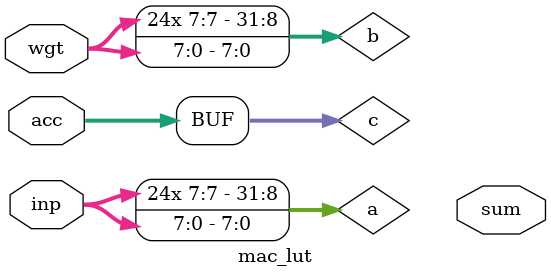
<source format=v>
(* use_dsp = "yes" *)
module mac_dsp #(
  parameter INP_WIDTH=8
          , WGT_WIDTH=8
          , ACC_WIDTH=32
)(
    input  wire [INP_WIDTH-1:0] inp
  , input  wire [WGT_WIDTH-1:0] wgt
  , input  wire [ACC_WIDTH-1:0] acc
  , output wire [ACC_WIDTH-1:0] sum
);
    wire signed [ACC_WIDTH-1:0] a;
    wire signed [ACC_WIDTH-1:0] b;
    wire signed [ACC_WIDTH-1:0] c;
    wire signed [ACC_WIDTH-1:0] mul;
    
    assign a = $signed(inp);
    assign b = $signed(wgt);
    assign c = $signed(acc);
    assign mul = a * b;
    assign sum_out = mul + c;

endmodule

//=======================================================

(* use_dsp = "no" *)
module mac_lut #(
  parameter INP_WIDTH=8
          , WGT_WIDTH=8
          , ACC_WIDTH=32
)(
    input  wire [INP_WIDTH-1:0] inp
  , input  wire [WGT_WIDTH-1:0] wgt
  , input  wire [ACC_WIDTH-1:0] acc
  , output wire [ACC_WIDTH-1:0] sum
);
    wire signed [ACC_WIDTH-1:0] a;
    wire signed [ACC_WIDTH-1:0] b;
    wire signed [ACC_WIDTH-1:0] c;
    wire signed [ACC_WIDTH-1:0] mul;
    
    assign a = $signed(inp);
    assign b = $signed(wgt);
    assign c = $signed(acc);
    assign mul = a * b;
    assign sum_out = mul + c;

endmodule
</source>
